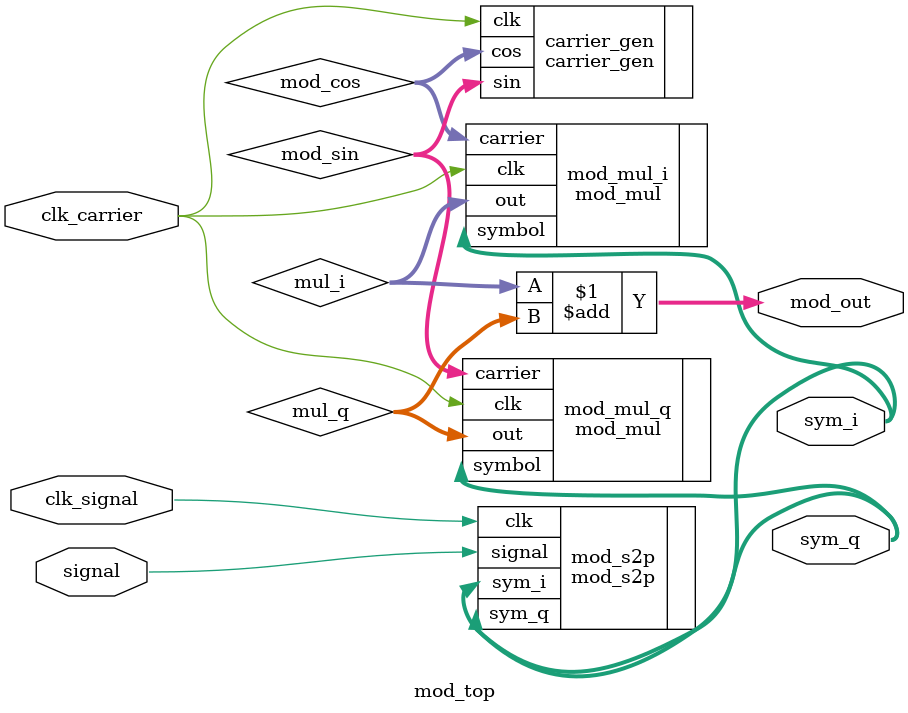
<source format=sv>
module mod_top (
	input wire clk_carrier,
	input wire clk_signal,
	input wire signal,
	output wire signed [7:0] mod_out,
	output wire [1:0] sym_i,
	output wire [1:0] sym_q
);
	`include "utils.sv"

	wire signed [7:0] mod_cos;
	wire signed [7:0] mod_sin;
	wire signed [7:0] mul_i;
	wire signed [7:0] mul_q;
	assign mod_out = mul_i + mul_q;

	carrier_gen carrier_gen (
		.clk(clk_carrier),
		.cos(mod_cos),
		.sin(mod_sin)
	);

	mod_s2p mod_s2p (
		.clk(clk_signal),
		.signal(signal),
		.sym_i(sym_i),
		.sym_q(sym_q)
	);

	mod_mul mod_mul_i (
		.clk(clk_carrier),
		.symbol(sym_i),
		.carrier(mod_cos),
		.out(mul_i)
	);

	mod_mul mod_mul_q (
		.clk(clk_carrier),
		.symbol(sym_q),
		.carrier(mod_sin),
		.out(mul_q)
	);

endmodule
</source>
